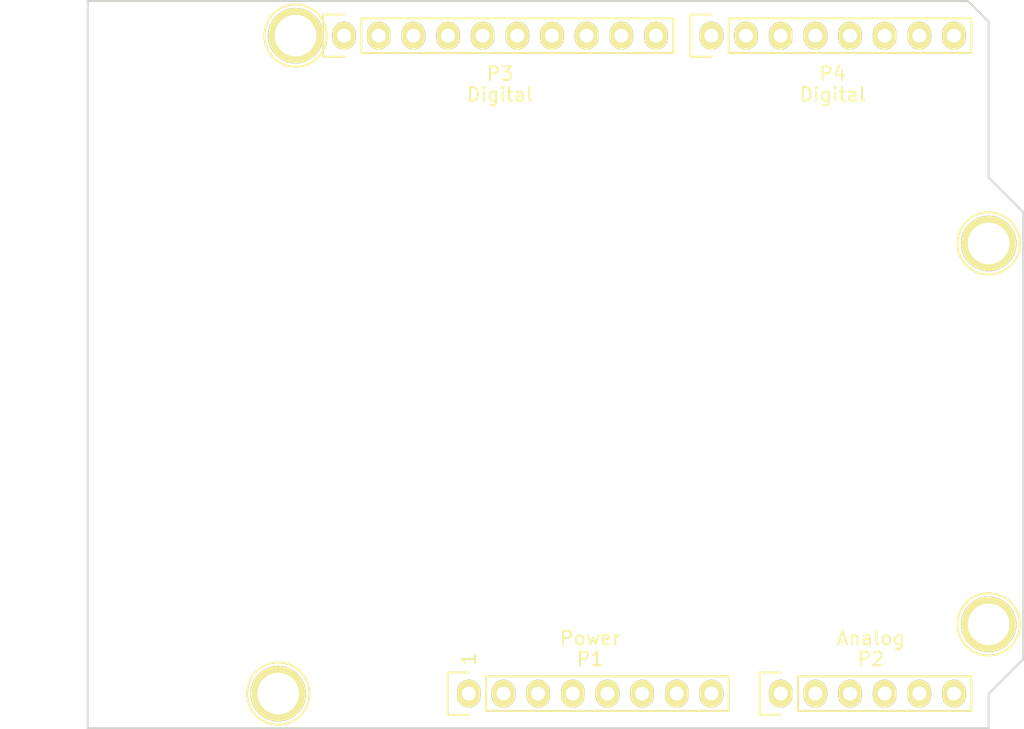
<source format=kicad_pcb>
(kicad_pcb (version 4) (host pcbnew 4.0.2-4+6225~38~ubuntu14.04.1-stable)

  (general
    (links 4)
    (no_connects 4)
    (area 104.572999 71.392 182.146334 127.594)
    (thickness 1.6)
    (drawings 27)
    (tracks 0)
    (zones 0)
    (modules 8)
    (nets 33)
  )

  (page A4)
  (title_block
    (date "lun. 30 mars 2015")
  )

  (layers
    (15 F.Cu signal)
    (0 B.Cu signal)
    (16 B.Adhes user)
    (17 F.Adhes user)
    (18 B.Paste user)
    (19 F.Paste user)
    (20 B.SilkS user)
    (21 F.SilkS user)
    (22 B.Mask user)
    (23 F.Mask user)
    (24 Dwgs.User user)
    (25 Cmts.User user)
    (26 Eco1.User user)
    (27 Eco2.User user)
    (28 Edge.Cuts user)
  )

  (setup
    (last_trace_width 0.25)
    (trace_clearance 0.2)
    (zone_clearance 0.508)
    (zone_45_only no)
    (trace_min 0.2)
    (segment_width 0.15)
    (edge_width 0.15)
    (via_size 0.6)
    (via_drill 0.4)
    (via_min_size 0.4)
    (via_min_drill 0.3)
    (uvia_size 0.3)
    (uvia_drill 0.1)
    (uvias_allowed no)
    (uvia_min_size 0.2)
    (uvia_min_drill 0.1)
    (pcb_text_width 0.3)
    (pcb_text_size 1.5 1.5)
    (mod_edge_width 0.15)
    (mod_text_size 1 1)
    (mod_text_width 0.15)
    (pad_size 4.064 4.064)
    (pad_drill 3.048)
    (pad_to_mask_clearance 0)
    (aux_axis_origin 110.998 126.365)
    (visible_elements FFFFFF7F)
    (pcbplotparams
      (usegerberextensions false)
      (excludeedgelayer true)
      (linewidth 0.100000)
      (plotframeref false)
      (viasonmask false)
      (mode 1)
      (useauxorigin false)
      (hpglpennumber 1)
      (hpglpenspeed 20)
      (hpglpendiameter 15)
      (hpglpenoverlay 2)
      (psnegative false)
      (psa4output false)
      (plotreference true)
      (plotvalue true)
      (plotinvisibletext false)
      (padsonsilk false)
      (subtractmaskfromsilk false)
      (outputformat 1)
      (mirror false)
      (drillshape 1)
      (scaleselection 1)
      (outputdirectory ""))
  )

  (net 0 "")
  (net 1 /IOREF)
  (net 2 /Reset)
  (net 3 +5V)
  (net 4 GND)
  (net 5 /Vin)
  (net 6 /A0)
  (net 7 /A1)
  (net 8 /A2)
  (net 9 /A3)
  (net 10 /AREF)
  (net 11 "/A4(SDA)")
  (net 12 "/A5(SCL)")
  (net 13 "/9(**)")
  (net 14 /8)
  (net 15 /7)
  (net 16 "/6(**)")
  (net 17 "/5(**)")
  (net 18 /4)
  (net 19 "/3(**)")
  (net 20 /2)
  (net 21 "/1(Tx)")
  (net 22 "/0(Rx)")
  (net 23 "Net-(P5-Pad1)")
  (net 24 "Net-(P6-Pad1)")
  (net 25 "Net-(P7-Pad1)")
  (net 26 "Net-(P8-Pad1)")
  (net 27 "/13(SCK)")
  (net 28 "/10(**/SS)")
  (net 29 "Net-(P1-Pad1)")
  (net 30 +3V3)
  (net 31 "/12(MISO)")
  (net 32 "/11(**/MOSI)")

  (net_class Default "This is the default net class."
    (clearance 0.2)
    (trace_width 0.25)
    (via_dia 0.6)
    (via_drill 0.4)
    (uvia_dia 0.3)
    (uvia_drill 0.1)
    (add_net +3V3)
    (add_net +5V)
    (add_net "/0(Rx)")
    (add_net "/1(Tx)")
    (add_net "/10(**/SS)")
    (add_net "/11(**/MOSI)")
    (add_net "/12(MISO)")
    (add_net "/13(SCK)")
    (add_net /2)
    (add_net "/3(**)")
    (add_net /4)
    (add_net "/5(**)")
    (add_net "/6(**)")
    (add_net /7)
    (add_net /8)
    (add_net "/9(**)")
    (add_net /A0)
    (add_net /A1)
    (add_net /A2)
    (add_net /A3)
    (add_net "/A4(SDA)")
    (add_net "/A5(SCL)")
    (add_net /AREF)
    (add_net /IOREF)
    (add_net /Reset)
    (add_net /Vin)
    (add_net GND)
    (add_net "Net-(P1-Pad1)")
    (add_net "Net-(P5-Pad1)")
    (add_net "Net-(P6-Pad1)")
    (add_net "Net-(P7-Pad1)")
    (add_net "Net-(P8-Pad1)")
  )

  (module Socket_Arduino_Uno:Socket_Strip_Arduino_1x08 locked (layer F.Cu) (tedit 552168D2) (tstamp 551AF9EA)
    (at 138.938 123.825)
    (descr "Through hole socket strip")
    (tags "socket strip")
    (path /56D70129)
    (fp_text reference P1 (at 8.89 -2.54) (layer F.SilkS)
      (effects (font (size 1 1) (thickness 0.15)))
    )
    (fp_text value Power (at 8.89 -4.064) (layer F.SilkS)
      (effects (font (size 1 1) (thickness 0.15)))
    )
    (fp_line (start -1.75 -1.75) (end -1.75 1.75) (layer Eco1.User) (width 0.05))
    (fp_line (start 19.55 -1.75) (end 19.55 1.75) (layer Eco1.User) (width 0.05))
    (fp_line (start -1.75 -1.75) (end 19.55 -1.75) (layer Eco1.User) (width 0.05))
    (fp_line (start -1.75 1.75) (end 19.55 1.75) (layer Eco1.User) (width 0.05))
    (fp_line (start 1.27 1.27) (end 19.05 1.27) (layer F.SilkS) (width 0.15))
    (fp_line (start 19.05 1.27) (end 19.05 -1.27) (layer F.SilkS) (width 0.15))
    (fp_line (start 19.05 -1.27) (end 1.27 -1.27) (layer F.SilkS) (width 0.15))
    (fp_line (start -1.55 1.55) (end 0 1.55) (layer F.SilkS) (width 0.15))
    (fp_line (start 1.27 1.27) (end 1.27 -1.27) (layer F.SilkS) (width 0.15))
    (fp_line (start 0 -1.55) (end -1.55 -1.55) (layer F.SilkS) (width 0.15))
    (fp_line (start -1.55 -1.55) (end -1.55 1.55) (layer F.SilkS) (width 0.15))
    (pad 1 thru_hole oval (at 0 0) (size 1.7272 2.032) (drill 1.016) (layers *.Cu *.Mask F.SilkS)
      (net 29 "Net-(P1-Pad1)"))
    (pad 2 thru_hole oval (at 2.54 0) (size 1.7272 2.032) (drill 1.016) (layers *.Cu *.Mask F.SilkS)
      (net 1 /IOREF))
    (pad 3 thru_hole oval (at 5.08 0) (size 1.7272 2.032) (drill 1.016) (layers *.Cu *.Mask F.SilkS)
      (net 2 /Reset))
    (pad 4 thru_hole oval (at 7.62 0) (size 1.7272 2.032) (drill 1.016) (layers *.Cu *.Mask F.SilkS)
      (net 30 +3V3))
    (pad 5 thru_hole oval (at 10.16 0) (size 1.7272 2.032) (drill 1.016) (layers *.Cu *.Mask F.SilkS)
      (net 3 +5V))
    (pad 6 thru_hole oval (at 12.7 0) (size 1.7272 2.032) (drill 1.016) (layers *.Cu *.Mask F.SilkS)
      (net 4 GND))
    (pad 7 thru_hole oval (at 15.24 0) (size 1.7272 2.032) (drill 1.016) (layers *.Cu *.Mask F.SilkS)
      (net 4 GND))
    (pad 8 thru_hole oval (at 17.78 0) (size 1.7272 2.032) (drill 1.016) (layers *.Cu *.Mask F.SilkS)
      (net 5 /Vin))
    (model ${KIPRJMOD}/Socket_Arduino_Uno.3dshapes/Socket_header_Arduino_1x08.wrl
      (at (xyz 0.35 0 0))
      (scale (xyz 1 1 1))
      (rotate (xyz 0 0 180))
    )
  )

  (module Socket_Arduino_Uno:Socket_Strip_Arduino_1x06 locked (layer F.Cu) (tedit 552168D6) (tstamp 551AF9FF)
    (at 161.798 123.825)
    (descr "Through hole socket strip")
    (tags "socket strip")
    (path /56D70DD8)
    (fp_text reference P2 (at 6.604 -2.54) (layer F.SilkS)
      (effects (font (size 1 1) (thickness 0.15)))
    )
    (fp_text value Analog (at 6.604 -4.064) (layer F.SilkS)
      (effects (font (size 1 1) (thickness 0.15)))
    )
    (fp_line (start -1.75 -1.75) (end -1.75 1.75) (layer Eco1.User) (width 0.05))
    (fp_line (start 14.45 -1.75) (end 14.45 1.75) (layer Eco1.User) (width 0.05))
    (fp_line (start -1.75 -1.75) (end 14.45 -1.75) (layer Eco1.User) (width 0.05))
    (fp_line (start -1.75 1.75) (end 14.45 1.75) (layer Eco1.User) (width 0.05))
    (fp_line (start 1.27 1.27) (end 13.97 1.27) (layer F.SilkS) (width 0.15))
    (fp_line (start 13.97 1.27) (end 13.97 -1.27) (layer F.SilkS) (width 0.15))
    (fp_line (start 13.97 -1.27) (end 1.27 -1.27) (layer F.SilkS) (width 0.15))
    (fp_line (start -1.55 1.55) (end 0 1.55) (layer F.SilkS) (width 0.15))
    (fp_line (start 1.27 1.27) (end 1.27 -1.27) (layer F.SilkS) (width 0.15))
    (fp_line (start 0 -1.55) (end -1.55 -1.55) (layer F.SilkS) (width 0.15))
    (fp_line (start -1.55 -1.55) (end -1.55 1.55) (layer F.SilkS) (width 0.15))
    (pad 1 thru_hole oval (at 0 0) (size 1.7272 2.032) (drill 1.016) (layers *.Cu *.Mask F.SilkS)
      (net 6 /A0))
    (pad 2 thru_hole oval (at 2.54 0) (size 1.7272 2.032) (drill 1.016) (layers *.Cu *.Mask F.SilkS)
      (net 7 /A1))
    (pad 3 thru_hole oval (at 5.08 0) (size 1.7272 2.032) (drill 1.016) (layers *.Cu *.Mask F.SilkS)
      (net 8 /A2))
    (pad 4 thru_hole oval (at 7.62 0) (size 1.7272 2.032) (drill 1.016) (layers *.Cu *.Mask F.SilkS)
      (net 9 /A3))
    (pad 5 thru_hole oval (at 10.16 0) (size 1.7272 2.032) (drill 1.016) (layers *.Cu *.Mask F.SilkS)
      (net 11 "/A4(SDA)"))
    (pad 6 thru_hole oval (at 12.7 0) (size 1.7272 2.032) (drill 1.016) (layers *.Cu *.Mask F.SilkS)
      (net 12 "/A5(SCL)"))
    (model ${KIPRJMOD}/Socket_Arduino_Uno.3dshapes/Socket_header_Arduino_1x06.wrl
      (at (xyz 0.25 0 0))
      (scale (xyz 1 1 1))
      (rotate (xyz 0 0 180))
    )
  )

  (module Socket_Arduino_Uno:Socket_Strip_Arduino_1x10 locked (layer F.Cu) (tedit 552168BF) (tstamp 551AFA18)
    (at 129.794 75.565)
    (descr "Through hole socket strip")
    (tags "socket strip")
    (path /56D721E0)
    (fp_text reference P3 (at 11.43 2.794) (layer F.SilkS)
      (effects (font (size 1 1) (thickness 0.15)))
    )
    (fp_text value Digital (at 11.43 4.318) (layer F.SilkS)
      (effects (font (size 1 1) (thickness 0.15)))
    )
    (fp_line (start -1.75 -1.75) (end -1.75 1.75) (layer Eco1.User) (width 0.05))
    (fp_line (start 24.65 -1.75) (end 24.65 1.75) (layer Eco1.User) (width 0.05))
    (fp_line (start -1.75 -1.75) (end 24.65 -1.75) (layer Eco1.User) (width 0.05))
    (fp_line (start -1.75 1.75) (end 24.65 1.75) (layer Eco1.User) (width 0.05))
    (fp_line (start 1.27 1.27) (end 24.13 1.27) (layer F.SilkS) (width 0.15))
    (fp_line (start 24.13 1.27) (end 24.13 -1.27) (layer F.SilkS) (width 0.15))
    (fp_line (start 24.13 -1.27) (end 1.27 -1.27) (layer F.SilkS) (width 0.15))
    (fp_line (start -1.55 1.55) (end 0 1.55) (layer F.SilkS) (width 0.15))
    (fp_line (start 1.27 1.27) (end 1.27 -1.27) (layer F.SilkS) (width 0.15))
    (fp_line (start 0 -1.55) (end -1.55 -1.55) (layer F.SilkS) (width 0.15))
    (fp_line (start -1.55 -1.55) (end -1.55 1.55) (layer F.SilkS) (width 0.15))
    (pad 1 thru_hole oval (at 0 0) (size 1.7272 2.032) (drill 1.016) (layers *.Cu *.Mask F.SilkS)
      (net 12 "/A5(SCL)"))
    (pad 2 thru_hole oval (at 2.54 0) (size 1.7272 2.032) (drill 1.016) (layers *.Cu *.Mask F.SilkS)
      (net 11 "/A4(SDA)"))
    (pad 3 thru_hole oval (at 5.08 0) (size 1.7272 2.032) (drill 1.016) (layers *.Cu *.Mask F.SilkS)
      (net 10 /AREF))
    (pad 4 thru_hole oval (at 7.62 0) (size 1.7272 2.032) (drill 1.016) (layers *.Cu *.Mask F.SilkS)
      (net 4 GND))
    (pad 5 thru_hole oval (at 10.16 0) (size 1.7272 2.032) (drill 1.016) (layers *.Cu *.Mask F.SilkS)
      (net 27 "/13(SCK)"))
    (pad 6 thru_hole oval (at 12.7 0) (size 1.7272 2.032) (drill 1.016) (layers *.Cu *.Mask F.SilkS)
      (net 31 "/12(MISO)"))
    (pad 7 thru_hole oval (at 15.24 0) (size 1.7272 2.032) (drill 1.016) (layers *.Cu *.Mask F.SilkS)
      (net 32 "/11(**/MOSI)"))
    (pad 8 thru_hole oval (at 17.78 0) (size 1.7272 2.032) (drill 1.016) (layers *.Cu *.Mask F.SilkS)
      (net 28 "/10(**/SS)"))
    (pad 9 thru_hole oval (at 20.32 0) (size 1.7272 2.032) (drill 1.016) (layers *.Cu *.Mask F.SilkS)
      (net 13 "/9(**)"))
    (pad 10 thru_hole oval (at 22.86 0) (size 1.7272 2.032) (drill 1.016) (layers *.Cu *.Mask F.SilkS)
      (net 14 /8))
    (model ${KIPRJMOD}/Socket_Arduino_Uno.3dshapes/Socket_header_Arduino_1x10.wrl
      (at (xyz 0.45 0 0))
      (scale (xyz 1 1 1))
      (rotate (xyz 0 0 180))
    )
  )

  (module Socket_Arduino_Uno:Socket_Strip_Arduino_1x08 locked (layer F.Cu) (tedit 552168C7) (tstamp 551AFA2F)
    (at 156.718 75.565)
    (descr "Through hole socket strip")
    (tags "socket strip")
    (path /56D7164F)
    (fp_text reference P4 (at 8.89 2.794) (layer F.SilkS)
      (effects (font (size 1 1) (thickness 0.15)))
    )
    (fp_text value Digital (at 8.89 4.318) (layer F.SilkS)
      (effects (font (size 1 1) (thickness 0.15)))
    )
    (fp_line (start -1.75 -1.75) (end -1.75 1.75) (layer Eco1.User) (width 0.05))
    (fp_line (start 19.55 -1.75) (end 19.55 1.75) (layer Eco1.User) (width 0.05))
    (fp_line (start -1.75 -1.75) (end 19.55 -1.75) (layer Eco1.User) (width 0.05))
    (fp_line (start -1.75 1.75) (end 19.55 1.75) (layer Eco1.User) (width 0.05))
    (fp_line (start 1.27 1.27) (end 19.05 1.27) (layer F.SilkS) (width 0.15))
    (fp_line (start 19.05 1.27) (end 19.05 -1.27) (layer F.SilkS) (width 0.15))
    (fp_line (start 19.05 -1.27) (end 1.27 -1.27) (layer F.SilkS) (width 0.15))
    (fp_line (start -1.55 1.55) (end 0 1.55) (layer F.SilkS) (width 0.15))
    (fp_line (start 1.27 1.27) (end 1.27 -1.27) (layer F.SilkS) (width 0.15))
    (fp_line (start 0 -1.55) (end -1.55 -1.55) (layer F.SilkS) (width 0.15))
    (fp_line (start -1.55 -1.55) (end -1.55 1.55) (layer F.SilkS) (width 0.15))
    (pad 1 thru_hole oval (at 0 0) (size 1.7272 2.032) (drill 1.016) (layers *.Cu *.Mask F.SilkS)
      (net 15 /7))
    (pad 2 thru_hole oval (at 2.54 0) (size 1.7272 2.032) (drill 1.016) (layers *.Cu *.Mask F.SilkS)
      (net 16 "/6(**)"))
    (pad 3 thru_hole oval (at 5.08 0) (size 1.7272 2.032) (drill 1.016) (layers *.Cu *.Mask F.SilkS)
      (net 17 "/5(**)"))
    (pad 4 thru_hole oval (at 7.62 0) (size 1.7272 2.032) (drill 1.016) (layers *.Cu *.Mask F.SilkS)
      (net 18 /4))
    (pad 5 thru_hole oval (at 10.16 0) (size 1.7272 2.032) (drill 1.016) (layers *.Cu *.Mask F.SilkS)
      (net 19 "/3(**)"))
    (pad 6 thru_hole oval (at 12.7 0) (size 1.7272 2.032) (drill 1.016) (layers *.Cu *.Mask F.SilkS)
      (net 20 /2))
    (pad 7 thru_hole oval (at 15.24 0) (size 1.7272 2.032) (drill 1.016) (layers *.Cu *.Mask F.SilkS)
      (net 21 "/1(Tx)"))
    (pad 8 thru_hole oval (at 17.78 0) (size 1.7272 2.032) (drill 1.016) (layers *.Cu *.Mask F.SilkS)
      (net 22 "/0(Rx)"))
    (model ${KIPRJMOD}/Socket_Arduino_Uno.3dshapes/Socket_header_Arduino_1x08.wrl
      (at (xyz 0.35 0 0))
      (scale (xyz 1 1 1))
      (rotate (xyz 0 0 180))
    )
  )

  (module Socket_Arduino_Uno:Arduino_1pin locked (layer F.Cu) (tedit 5524FC39) (tstamp 5524FC3F)
    (at 124.968 123.825)
    (descr "module 1 pin (ou trou mecanique de percage)")
    (tags DEV)
    (path /56D71177)
    (fp_text reference P5 (at 0 -3.048) (layer F.SilkS) hide
      (effects (font (size 1 1) (thickness 0.15)))
    )
    (fp_text value CONN_01X01 (at 0 2.794) (layer F.SilkS) hide
      (effects (font (size 1 1) (thickness 0.15)))
    )
    (fp_circle (center 0 0) (end 0 -2.286) (layer F.SilkS) (width 0.15))
    (pad 1 thru_hole circle (at 0 0) (size 4.064 4.064) (drill 3.048) (layers *.Cu *.Mask F.SilkS)
      (net 23 "Net-(P5-Pad1)"))
  )

  (module Socket_Arduino_Uno:Arduino_1pin locked (layer F.Cu) (tedit 5524FC4A) (tstamp 5524FC44)
    (at 177.038 118.745)
    (descr "module 1 pin (ou trou mecanique de percage)")
    (tags DEV)
    (path /56D71274)
    (fp_text reference P6 (at 0 -3.048) (layer F.SilkS) hide
      (effects (font (size 1 1) (thickness 0.15)))
    )
    (fp_text value CONN_01X01 (at 0 2.794) (layer F.SilkS) hide
      (effects (font (size 1 1) (thickness 0.15)))
    )
    (fp_circle (center 0 0) (end 0 -2.286) (layer F.SilkS) (width 0.15))
    (pad 1 thru_hole circle (at 0 0) (size 4.064 4.064) (drill 3.048) (layers *.Cu *.Mask F.SilkS)
      (net 24 "Net-(P6-Pad1)"))
  )

  (module Socket_Arduino_Uno:Arduino_1pin locked (layer F.Cu) (tedit 5524FC2F) (tstamp 5524FC49)
    (at 126.238 75.565)
    (descr "module 1 pin (ou trou mecanique de percage)")
    (tags DEV)
    (path /56D712A8)
    (fp_text reference P7 (at 0 -3.048) (layer F.SilkS) hide
      (effects (font (size 1 1) (thickness 0.15)))
    )
    (fp_text value CONN_01X01 (at 0 2.794) (layer F.SilkS) hide
      (effects (font (size 1 1) (thickness 0.15)))
    )
    (fp_circle (center 0 0) (end 0 -2.286) (layer F.SilkS) (width 0.15))
    (pad 1 thru_hole circle (at 0 0) (size 4.064 4.064) (drill 3.048) (layers *.Cu *.Mask F.SilkS)
      (net 25 "Net-(P7-Pad1)"))
  )

  (module Socket_Arduino_Uno:Arduino_1pin locked (layer F.Cu) (tedit 5524FC41) (tstamp 5524FC4E)
    (at 177.038 90.805)
    (descr "module 1 pin (ou trou mecanique de percage)")
    (tags DEV)
    (path /56D712DB)
    (fp_text reference P8 (at 0 -3.048) (layer F.SilkS) hide
      (effects (font (size 1 1) (thickness 0.15)))
    )
    (fp_text value CONN_01X01 (at 0 2.794) (layer F.SilkS) hide
      (effects (font (size 1 1) (thickness 0.15)))
    )
    (fp_circle (center 0 0) (end 0 -2.286) (layer F.SilkS) (width 0.15))
    (pad 1 thru_hole circle (at 0 0) (size 4.064 4.064) (drill 3.048) (layers *.Cu *.Mask F.SilkS)
      (net 26 "Net-(P8-Pad1)"))
  )

  (gr_text 1 (at 138.938 121.285 90) (layer F.SilkS)
    (effects (font (size 1 1) (thickness 0.15)))
  )
  (gr_circle (center 117.348 76.962) (end 118.618 76.962) (layer Dwgs.User) (width 0.15))
  (gr_line (start 114.427 78.994) (end 114.427 74.93) (angle 90) (layer Dwgs.User) (width 0.15))
  (gr_line (start 120.269 78.994) (end 114.427 78.994) (angle 90) (layer Dwgs.User) (width 0.15))
  (gr_line (start 120.269 74.93) (end 120.269 78.994) (angle 90) (layer Dwgs.User) (width 0.15))
  (gr_line (start 114.427 74.93) (end 120.269 74.93) (angle 90) (layer Dwgs.User) (width 0.15))
  (gr_line (start 120.523 93.98) (end 104.648 93.98) (angle 90) (layer Dwgs.User) (width 0.15))
  (gr_line (start 177.038 74.549) (end 175.514 73.025) (angle 90) (layer Edge.Cuts) (width 0.15))
  (gr_line (start 177.038 85.979) (end 177.038 74.549) (angle 90) (layer Edge.Cuts) (width 0.15))
  (gr_line (start 179.578 88.519) (end 177.038 85.979) (angle 90) (layer Edge.Cuts) (width 0.15))
  (gr_line (start 179.578 121.285) (end 179.578 88.519) (angle 90) (layer Edge.Cuts) (width 0.15))
  (gr_line (start 177.038 123.825) (end 179.578 121.285) (angle 90) (layer Edge.Cuts) (width 0.15))
  (gr_line (start 177.038 126.365) (end 177.038 123.825) (angle 90) (layer Edge.Cuts) (width 0.15))
  (gr_line (start 110.998 126.365) (end 177.038 126.365) (angle 90) (layer Edge.Cuts) (width 0.15))
  (gr_line (start 110.998 73.025) (end 110.998 126.365) (angle 90) (layer Edge.Cuts) (width 0.15))
  (gr_line (start 175.514 73.025) (end 110.998 73.025) (angle 90) (layer Edge.Cuts) (width 0.15))
  (gr_line (start 173.355 102.235) (end 173.355 94.615) (angle 90) (layer Dwgs.User) (width 0.15))
  (gr_line (start 178.435 102.235) (end 173.355 102.235) (angle 90) (layer Dwgs.User) (width 0.15))
  (gr_line (start 178.435 94.615) (end 178.435 102.235) (angle 90) (layer Dwgs.User) (width 0.15))
  (gr_line (start 173.355 94.615) (end 178.435 94.615) (angle 90) (layer Dwgs.User) (width 0.15))
  (gr_line (start 109.093 123.19) (end 109.093 114.3) (angle 90) (layer Dwgs.User) (width 0.15))
  (gr_line (start 122.428 123.19) (end 109.093 123.19) (angle 90) (layer Dwgs.User) (width 0.15))
  (gr_line (start 122.428 114.3) (end 122.428 123.19) (angle 90) (layer Dwgs.User) (width 0.15))
  (gr_line (start 109.093 114.3) (end 122.428 114.3) (angle 90) (layer Dwgs.User) (width 0.15))
  (gr_line (start 104.648 93.98) (end 104.648 82.55) (angle 90) (layer Dwgs.User) (width 0.15))
  (gr_line (start 120.523 82.55) (end 120.523 93.98) (angle 90) (layer Dwgs.User) (width 0.15))
  (gr_line (start 104.648 82.55) (end 120.523 82.55) (angle 90) (layer Dwgs.User) (width 0.15))

)

</source>
